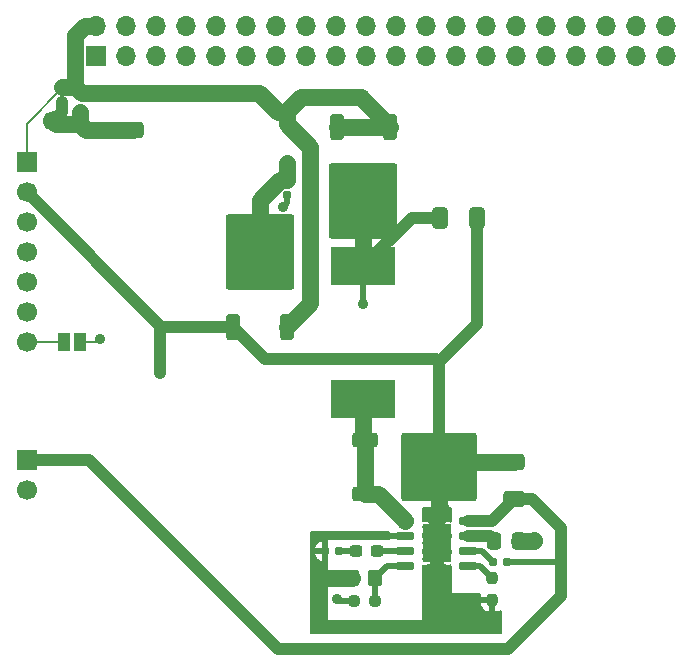
<source format=gtl>
G04 #@! TF.GenerationSoftware,KiCad,Pcbnew,9.0.5*
G04 #@! TF.CreationDate,2025-10-10T13:46:01-04:00*
G04 #@! TF.ProjectId,power_supply_hat,706f7765-725f-4737-9570-706c795f6861,rev?*
G04 #@! TF.SameCoordinates,Original*
G04 #@! TF.FileFunction,Copper,L1,Top*
G04 #@! TF.FilePolarity,Positive*
%FSLAX46Y46*%
G04 Gerber Fmt 4.6, Leading zero omitted, Abs format (unit mm)*
G04 Created by KiCad (PCBNEW 9.0.5) date 2025-10-10 13:46:01*
%MOMM*%
%LPD*%
G01*
G04 APERTURE LIST*
G04 Aperture macros list*
%AMRoundRect*
0 Rectangle with rounded corners*
0 $1 Rounding radius*
0 $2 $3 $4 $5 $6 $7 $8 $9 X,Y pos of 4 corners*
0 Add a 4 corners polygon primitive as box body*
4,1,4,$2,$3,$4,$5,$6,$7,$8,$9,$2,$3,0*
0 Add four circle primitives for the rounded corners*
1,1,$1+$1,$2,$3*
1,1,$1+$1,$4,$5*
1,1,$1+$1,$6,$7*
1,1,$1+$1,$8,$9*
0 Add four rect primitives between the rounded corners*
20,1,$1+$1,$2,$3,$4,$5,0*
20,1,$1+$1,$4,$5,$6,$7,0*
20,1,$1+$1,$6,$7,$8,$9,0*
20,1,$1+$1,$8,$9,$2,$3,0*%
G04 Aperture macros list end*
G04 #@! TA.AperFunction,SMDPad,CuDef*
%ADD10RoundRect,0.237500X-0.250000X-0.237500X0.250000X-0.237500X0.250000X0.237500X-0.250000X0.237500X0*%
G04 #@! TD*
G04 #@! TA.AperFunction,ComponentPad*
%ADD11R,1.700000X1.700000*%
G04 #@! TD*
G04 #@! TA.AperFunction,ComponentPad*
%ADD12C,1.700000*%
G04 #@! TD*
G04 #@! TA.AperFunction,SMDPad,CuDef*
%ADD13RoundRect,0.155000X-0.155000X0.212500X-0.155000X-0.212500X0.155000X-0.212500X0.155000X0.212500X0*%
G04 #@! TD*
G04 #@! TA.AperFunction,SMDPad,CuDef*
%ADD14RoundRect,0.160000X0.197500X0.160000X-0.197500X0.160000X-0.197500X-0.160000X0.197500X-0.160000X0*%
G04 #@! TD*
G04 #@! TA.AperFunction,SMDPad,CuDef*
%ADD15RoundRect,0.250000X-0.650000X0.412500X-0.650000X-0.412500X0.650000X-0.412500X0.650000X0.412500X0*%
G04 #@! TD*
G04 #@! TA.AperFunction,SMDPad,CuDef*
%ADD16RoundRect,0.160000X-0.160000X0.197500X-0.160000X-0.197500X0.160000X-0.197500X0.160000X0.197500X0*%
G04 #@! TD*
G04 #@! TA.AperFunction,SMDPad,CuDef*
%ADD17RoundRect,0.250000X-0.337500X-0.475000X0.337500X-0.475000X0.337500X0.475000X-0.337500X0.475000X0*%
G04 #@! TD*
G04 #@! TA.AperFunction,SMDPad,CuDef*
%ADD18RoundRect,0.250000X-0.850000X-0.350000X0.850000X-0.350000X0.850000X0.350000X-0.850000X0.350000X0*%
G04 #@! TD*
G04 #@! TA.AperFunction,SMDPad,CuDef*
%ADD19RoundRect,0.249997X-2.950003X-2.650003X2.950003X-2.650003X2.950003X2.650003X-2.950003X2.650003X0*%
G04 #@! TD*
G04 #@! TA.AperFunction,SMDPad,CuDef*
%ADD20RoundRect,0.225000X-0.375000X0.225000X-0.375000X-0.225000X0.375000X-0.225000X0.375000X0.225000X0*%
G04 #@! TD*
G04 #@! TA.AperFunction,SMDPad,CuDef*
%ADD21RoundRect,0.237500X0.300000X0.237500X-0.300000X0.237500X-0.300000X-0.237500X0.300000X-0.237500X0*%
G04 #@! TD*
G04 #@! TA.AperFunction,SMDPad,CuDef*
%ADD22R,5.500000X3.250000*%
G04 #@! TD*
G04 #@! TA.AperFunction,SMDPad,CuDef*
%ADD23RoundRect,0.237500X-0.237500X0.300000X-0.237500X-0.300000X0.237500X-0.300000X0.237500X0.300000X0*%
G04 #@! TD*
G04 #@! TA.AperFunction,SMDPad,CuDef*
%ADD24RoundRect,0.250000X-0.350000X0.850000X-0.350000X-0.850000X0.350000X-0.850000X0.350000X0.850000X0*%
G04 #@! TD*
G04 #@! TA.AperFunction,SMDPad,CuDef*
%ADD25RoundRect,0.249997X-2.650003X2.950003X-2.650003X-2.950003X2.650003X-2.950003X2.650003X2.950003X0*%
G04 #@! TD*
G04 #@! TA.AperFunction,SMDPad,CuDef*
%ADD26RoundRect,0.250000X0.350000X-0.850000X0.350000X0.850000X-0.350000X0.850000X-0.350000X-0.850000X0*%
G04 #@! TD*
G04 #@! TA.AperFunction,SMDPad,CuDef*
%ADD27RoundRect,0.249997X2.650003X-2.950003X2.650003X2.950003X-2.650003X2.950003X-2.650003X-2.950003X0*%
G04 #@! TD*
G04 #@! TA.AperFunction,SMDPad,CuDef*
%ADD28R,1.000000X1.500000*%
G04 #@! TD*
G04 #@! TA.AperFunction,SMDPad,CuDef*
%ADD29RoundRect,0.250000X0.350000X0.450000X-0.350000X0.450000X-0.350000X-0.450000X0.350000X-0.450000X0*%
G04 #@! TD*
G04 #@! TA.AperFunction,SMDPad,CuDef*
%ADD30RoundRect,0.250000X-0.412500X-0.650000X0.412500X-0.650000X0.412500X0.650000X-0.412500X0.650000X0*%
G04 #@! TD*
G04 #@! TA.AperFunction,SMDPad,CuDef*
%ADD31RoundRect,0.150000X-0.650000X-0.150000X0.650000X-0.150000X0.650000X0.150000X-0.650000X0.150000X0*%
G04 #@! TD*
G04 #@! TA.AperFunction,HeatsinkPad*
%ADD32C,0.500000*%
G04 #@! TD*
G04 #@! TA.AperFunction,HeatsinkPad*
%ADD33R,2.400000X3.200000*%
G04 #@! TD*
G04 #@! TA.AperFunction,SMDPad,CuDef*
%ADD34RoundRect,0.250000X0.650000X-0.412500X0.650000X0.412500X-0.650000X0.412500X-0.650000X-0.412500X0*%
G04 #@! TD*
G04 #@! TA.AperFunction,SMDPad,CuDef*
%ADD35RoundRect,0.237500X-0.237500X0.250000X-0.237500X-0.250000X0.237500X-0.250000X0.237500X0.250000X0*%
G04 #@! TD*
G04 #@! TA.AperFunction,ComponentPad*
%ADD36O,1.700000X1.700000*%
G04 #@! TD*
G04 #@! TA.AperFunction,ViaPad*
%ADD37C,0.900000*%
G04 #@! TD*
G04 #@! TA.AperFunction,ViaPad*
%ADD38C,1.700000*%
G04 #@! TD*
G04 #@! TA.AperFunction,ViaPad*
%ADD39C,1.000000*%
G04 #@! TD*
G04 #@! TA.AperFunction,Conductor*
%ADD40C,1.400000*%
G04 #@! TD*
G04 #@! TA.AperFunction,Conductor*
%ADD41C,1.000000*%
G04 #@! TD*
G04 #@! TA.AperFunction,Conductor*
%ADD42C,0.500000*%
G04 #@! TD*
G04 #@! TA.AperFunction,Conductor*
%ADD43C,0.200000*%
G04 #@! TD*
G04 APERTURE END LIST*
D10*
X130200000Y-94950000D03*
X132025000Y-94950000D03*
D11*
X102500000Y-83000000D03*
D12*
X102500000Y-85540000D03*
D13*
X105500000Y-51502500D03*
X105500000Y-52637500D03*
D14*
X143197500Y-91600000D03*
X142002500Y-91600000D03*
D15*
X109000000Y-51937500D03*
X109000000Y-55062500D03*
D16*
X124525000Y-59380000D03*
X124525000Y-60575000D03*
D17*
X142115000Y-89825000D03*
X144190000Y-89825000D03*
D18*
X131150000Y-81295000D03*
D19*
X137450000Y-83575000D03*
D18*
X131150000Y-85855000D03*
D20*
X124525000Y-54525000D03*
X124525000Y-57825000D03*
D21*
X132137500Y-90700000D03*
X130412500Y-90700000D03*
D22*
X131025000Y-77825000D03*
X131025000Y-66575000D03*
D23*
X107000000Y-51775000D03*
X107000000Y-53500000D03*
D24*
X133305000Y-54775000D03*
D25*
X131025000Y-61075000D03*
D24*
X128745000Y-54775000D03*
D26*
X119970000Y-71700000D03*
D27*
X122250000Y-65400000D03*
D26*
X124530000Y-71700000D03*
D28*
X107000000Y-73000000D03*
X105700000Y-73000000D03*
D11*
X102500000Y-57760000D03*
D12*
X102500000Y-60300000D03*
X102500000Y-62840000D03*
X102500000Y-65380000D03*
X102500000Y-67920000D03*
X102500000Y-70460000D03*
X102500000Y-73000000D03*
D14*
X128970000Y-90700000D03*
X127775000Y-90700000D03*
D29*
X132025000Y-92950000D03*
X130025000Y-92950000D03*
D30*
X137500000Y-62500000D03*
X140625000Y-62500000D03*
D15*
X111500000Y-51937500D03*
X111500000Y-55062500D03*
D31*
X134575000Y-88145000D03*
X134575000Y-89415000D03*
X134575000Y-90685000D03*
X134575000Y-91955000D03*
X139875000Y-91955000D03*
X139875000Y-90685000D03*
X139875000Y-89415000D03*
X139875000Y-88145000D03*
D32*
X136275000Y-88700000D03*
X136275000Y-90050000D03*
X136275000Y-91400000D03*
D33*
X137225000Y-90050000D03*
D32*
X138175000Y-88700000D03*
X138175000Y-90050000D03*
X138175000Y-91400000D03*
D34*
X143750000Y-86312500D03*
X143750000Y-83187500D03*
D35*
X141940000Y-93000000D03*
X141940000Y-94825000D03*
D11*
X108370000Y-48770000D03*
D36*
X108370000Y-46230000D03*
X110910000Y-48770000D03*
X110910000Y-46230000D03*
X113450000Y-48770000D03*
X113450000Y-46230000D03*
X115990000Y-48770000D03*
X115990000Y-46230000D03*
X118530000Y-48770000D03*
X118530000Y-46230000D03*
X121070000Y-48770000D03*
X121070000Y-46230000D03*
X123610000Y-48770000D03*
X123610000Y-46230000D03*
X126150000Y-48770000D03*
X126150000Y-46230000D03*
X128690000Y-48770000D03*
X128690000Y-46230000D03*
X131230000Y-48770000D03*
X131230000Y-46230000D03*
X133770000Y-48770000D03*
X133770000Y-46230000D03*
X136310000Y-48770000D03*
X136310000Y-46230000D03*
X138850000Y-48770000D03*
X138850000Y-46230000D03*
X141390000Y-48770000D03*
X141390000Y-46230000D03*
X143930000Y-48770000D03*
X143930000Y-46230000D03*
X146470000Y-48770000D03*
X146470000Y-46230000D03*
X149010000Y-48770000D03*
X149010000Y-46230000D03*
X151550000Y-48770000D03*
X151550000Y-46230000D03*
X154090000Y-48770000D03*
X154090000Y-46230000D03*
X156630000Y-48770000D03*
X156630000Y-46230000D03*
D37*
X113800000Y-75600000D03*
D38*
X104750000Y-54250000D03*
D37*
X124200000Y-61550000D03*
X108750000Y-72750000D03*
X145500000Y-89750000D03*
D39*
X133340000Y-86910000D03*
D37*
X128750000Y-94750000D03*
X131000000Y-69750000D03*
D40*
X127500000Y-93000000D02*
X127550000Y-92950000D01*
X143750000Y-83187500D02*
X137837500Y-83187500D01*
D41*
X140625000Y-71475000D02*
X140625000Y-62500000D01*
D40*
X137837500Y-83187500D02*
X137450000Y-83575000D01*
D41*
X137200000Y-74400000D02*
X137450000Y-74650000D01*
D40*
X107000000Y-54500000D02*
X105000000Y-54500000D01*
D41*
X105500000Y-52637500D02*
X105500000Y-53500000D01*
D42*
X124525000Y-61225000D02*
X124200000Y-61550000D01*
D40*
X109000000Y-55062500D02*
X107562500Y-55062500D01*
D41*
X137450000Y-74650000D02*
X137450000Y-83575000D01*
X119970000Y-71700000D02*
X122670000Y-74400000D01*
D40*
X111500000Y-55062500D02*
X109000000Y-55062500D01*
D41*
X113800000Y-75600000D02*
X113800000Y-71800000D01*
X137450000Y-74650000D02*
X140625000Y-71475000D01*
D40*
X107562500Y-55062500D02*
X107000000Y-54500000D01*
X138012500Y-83012500D02*
X137450000Y-83575000D01*
X137450000Y-86950000D02*
X137500000Y-87000000D01*
D41*
X113900000Y-71700000D02*
X119970000Y-71700000D01*
X113800000Y-71800000D02*
X113900000Y-71700000D01*
D40*
X107000000Y-54500000D02*
X107000000Y-53538500D01*
D41*
X122670000Y-74400000D02*
X137200000Y-74400000D01*
X105500000Y-53500000D02*
X104750000Y-54250000D01*
D40*
X137450000Y-83575000D02*
X137450000Y-86950000D01*
X130025000Y-92950000D02*
X127550000Y-92950000D01*
D41*
X102500000Y-60300000D02*
X113900000Y-71700000D01*
D42*
X124525000Y-60575000D02*
X124525000Y-61225000D01*
D40*
X105000000Y-54500000D02*
X104750000Y-54250000D01*
D43*
X107000000Y-73000000D02*
X108500000Y-73000000D01*
X108500000Y-73000000D02*
X108750000Y-72750000D01*
D40*
X125750000Y-52250000D02*
X124500000Y-53500000D01*
D43*
X105500000Y-51502500D02*
X102500000Y-54502500D01*
D40*
X107408000Y-46230000D02*
X108370000Y-46230000D01*
D43*
X102500000Y-54502500D02*
X102500000Y-57760000D01*
D40*
X107000000Y-51775000D02*
X106594000Y-51369000D01*
X106594000Y-51369000D02*
X105500000Y-51369000D01*
X124500000Y-53500000D02*
X124525000Y-53525000D01*
X123775000Y-53525000D02*
X122187500Y-51937500D01*
X107162500Y-51937500D02*
X107000000Y-51775000D01*
X124530000Y-71700000D02*
X126500000Y-69730000D01*
X133305000Y-54775000D02*
X128745000Y-54775000D01*
X109000000Y-51937500D02*
X107162500Y-51937500D01*
X124525000Y-53525000D02*
X123775000Y-53525000D01*
X130780000Y-52250000D02*
X125750000Y-52250000D01*
X106594000Y-51369000D02*
X106594000Y-47044000D01*
X122187500Y-51937500D02*
X111500000Y-51937500D01*
X126500000Y-69730000D02*
X126500000Y-56500000D01*
X126500000Y-56500000D02*
X124525000Y-54525000D01*
X111500000Y-51937500D02*
X109000000Y-51937500D01*
X133305000Y-54775000D02*
X130780000Y-52250000D01*
X124525000Y-53525000D02*
X124525000Y-54525000D01*
X106594000Y-47044000D02*
X107408000Y-46230000D01*
D41*
X143250000Y-99000000D02*
X123750000Y-99000000D01*
X143750000Y-86312500D02*
X145312500Y-86312500D01*
X147750000Y-88750000D02*
X147750000Y-91750000D01*
X147750000Y-94500000D02*
X143250000Y-99000000D01*
X139875000Y-88145000D02*
X141917500Y-88145000D01*
D42*
X147600000Y-91600000D02*
X147750000Y-91750000D01*
X147575000Y-91575000D02*
X147750000Y-91750000D01*
D41*
X141917500Y-88145000D02*
X143750000Y-86312500D01*
X123750000Y-99000000D02*
X107750000Y-83000000D01*
D42*
X143197500Y-91600000D02*
X147600000Y-91600000D01*
D41*
X145312500Y-86312500D02*
X147750000Y-88750000D01*
X147750000Y-91750000D02*
X147750000Y-94500000D01*
X107750000Y-83000000D02*
X102500000Y-83000000D01*
D42*
X130412500Y-90700000D02*
X128970000Y-90700000D01*
X134575000Y-90685000D02*
X132152500Y-90685000D01*
X132152500Y-90685000D02*
X132137500Y-90700000D01*
D40*
X131025000Y-81170000D02*
X131150000Y-81295000D01*
X145425000Y-89825000D02*
X145500000Y-89750000D01*
X133340000Y-86910000D02*
X134575000Y-88145000D01*
X131150000Y-81295000D02*
X131150000Y-85855000D01*
X131025000Y-77825000D02*
X131025000Y-81170000D01*
X132285000Y-85855000D02*
X133340000Y-86910000D01*
X131150000Y-85855000D02*
X132285000Y-85855000D01*
X144190000Y-89825000D02*
X145425000Y-89825000D01*
D41*
X141705000Y-89415000D02*
X142115000Y-89825000D01*
X139875000Y-89415000D02*
X141705000Y-89415000D01*
D40*
X122250000Y-60987586D02*
X123921086Y-59316500D01*
X122250000Y-65400000D02*
X122250000Y-60987586D01*
X124525000Y-57825000D02*
X124525000Y-59316500D01*
X123921086Y-59316500D02*
X124525000Y-59316500D01*
D43*
X102500000Y-73000000D02*
X105700000Y-73000000D01*
D42*
X139875000Y-91955000D02*
X140895000Y-91955000D01*
X140895000Y-91955000D02*
X141940000Y-93000000D01*
X132025000Y-92950000D02*
X132025000Y-94950000D01*
X133020000Y-91955000D02*
X132025000Y-92950000D01*
X134575000Y-91955000D02*
X133020000Y-91955000D01*
X131000000Y-66600000D02*
X131025000Y-66575000D01*
X128950000Y-94950000D02*
X128750000Y-94750000D01*
D40*
X131025000Y-61075000D02*
X131025000Y-66575000D01*
D42*
X131000000Y-69750000D02*
X131000000Y-66600000D01*
X130200000Y-94950000D02*
X128950000Y-94950000D01*
D41*
X131025000Y-66575000D02*
X135100000Y-62500000D01*
X135100000Y-62500000D02*
X137500000Y-62500000D01*
D42*
X139875000Y-90685000D02*
X141087500Y-90685000D01*
X141087500Y-90685000D02*
X142002500Y-91600000D01*
G04 #@! TA.AperFunction,Conductor*
G36*
X133227000Y-89019685D02*
G01*
X133272755Y-89072489D01*
X133282699Y-89141647D01*
X133279037Y-89158595D01*
X133277900Y-89162505D01*
X133277899Y-89162511D01*
X133277704Y-89164998D01*
X133277705Y-89165000D01*
X134451000Y-89165000D01*
X134518039Y-89184685D01*
X134563794Y-89237489D01*
X134575000Y-89289000D01*
X134575000Y-89541000D01*
X134555315Y-89608039D01*
X134502511Y-89653794D01*
X134451000Y-89665000D01*
X133277705Y-89665000D01*
X133240888Y-89704828D01*
X133240221Y-89704211D01*
X133210443Y-89734412D01*
X133150252Y-89750000D01*
X128000000Y-89750000D01*
X128000000Y-96500000D01*
X136000000Y-96500000D01*
X136000000Y-95124154D01*
X140965001Y-95124154D01*
X140975319Y-95225152D01*
X141029546Y-95388800D01*
X141029551Y-95388811D01*
X141120052Y-95535534D01*
X141120055Y-95535538D01*
X141241961Y-95657444D01*
X141241965Y-95657447D01*
X141388688Y-95747948D01*
X141388699Y-95747953D01*
X141552347Y-95802180D01*
X141653352Y-95812499D01*
X141690000Y-95812499D01*
X141690000Y-95075000D01*
X140965001Y-95075000D01*
X140965001Y-95124154D01*
X136000000Y-95124154D01*
X136000000Y-94250000D01*
X138500000Y-94250000D01*
X140861538Y-94250000D01*
X140928577Y-94269685D01*
X140974332Y-94322489D01*
X140984276Y-94391647D01*
X140979243Y-94413005D01*
X140975319Y-94424844D01*
X140975319Y-94424846D01*
X140965000Y-94525845D01*
X140965000Y-94575000D01*
X141816000Y-94575000D01*
X141883039Y-94594685D01*
X141928794Y-94647489D01*
X141940000Y-94699000D01*
X141940000Y-94825000D01*
X142066000Y-94825000D01*
X142133039Y-94844685D01*
X142178794Y-94897489D01*
X142190000Y-94949000D01*
X142190000Y-95812499D01*
X142226640Y-95812499D01*
X142226654Y-95812498D01*
X142327652Y-95802180D01*
X142491300Y-95747953D01*
X142491307Y-95747950D01*
X142560902Y-95705023D01*
X142628295Y-95686582D01*
X142694958Y-95707504D01*
X142739728Y-95761146D01*
X142750000Y-95810561D01*
X142750000Y-97626000D01*
X142730315Y-97693039D01*
X142677511Y-97738794D01*
X142626000Y-97750000D01*
X126624000Y-97750000D01*
X126556961Y-97730315D01*
X126511206Y-97677511D01*
X126500000Y-97626000D01*
X126500000Y-90950000D01*
X126920831Y-90950000D01*
X126923543Y-90979844D01*
X126971224Y-91132859D01*
X126971226Y-91132863D01*
X127054139Y-91270019D01*
X127054142Y-91270023D01*
X127167476Y-91383357D01*
X127167480Y-91383360D01*
X127304636Y-91466273D01*
X127304640Y-91466275D01*
X127457657Y-91513956D01*
X127457656Y-91513956D01*
X127524163Y-91520000D01*
X127525000Y-91520000D01*
X127525000Y-90950000D01*
X126920831Y-90950000D01*
X126500000Y-90950000D01*
X126500000Y-90450000D01*
X126920831Y-90450000D01*
X127525000Y-90450000D01*
X127525000Y-89880000D01*
X127524163Y-89880000D01*
X127457656Y-89886043D01*
X127304640Y-89933724D01*
X127304636Y-89933726D01*
X127167480Y-90016639D01*
X127167476Y-90016642D01*
X127054142Y-90129976D01*
X127054139Y-90129980D01*
X126971226Y-90267136D01*
X126971224Y-90267140D01*
X126923543Y-90420155D01*
X126920831Y-90450000D01*
X126500000Y-90450000D01*
X126500000Y-89124000D01*
X126519685Y-89056961D01*
X126572489Y-89011206D01*
X126624000Y-89000000D01*
X133159961Y-89000000D01*
X133227000Y-89019685D01*
G37*
G04 #@! TD.AperFunction*
G04 #@! TA.AperFunction,Conductor*
G36*
X137643039Y-83594685D02*
G01*
X137688794Y-83647489D01*
X137700000Y-83699000D01*
X137700000Y-86974999D01*
X138376000Y-86974999D01*
X138443039Y-86994684D01*
X138488794Y-87047488D01*
X138500000Y-87098999D01*
X138500000Y-88159092D01*
X138480315Y-88226131D01*
X138427511Y-88271886D01*
X138358353Y-88281830D01*
X138343907Y-88278867D01*
X138317854Y-88271886D01*
X138234309Y-88249500D01*
X138115691Y-88249500D01*
X138001114Y-88280201D01*
X138001112Y-88280201D01*
X138001112Y-88280202D01*
X137898387Y-88339511D01*
X137898384Y-88339513D01*
X137814513Y-88423384D01*
X137814511Y-88423387D01*
X137755201Y-88526114D01*
X137724500Y-88640691D01*
X137724500Y-88759309D01*
X137755201Y-88873886D01*
X137814511Y-88976613D01*
X137898387Y-89060489D01*
X138001114Y-89119799D01*
X138115691Y-89150500D01*
X138115694Y-89150500D01*
X138234306Y-89150500D01*
X138234309Y-89150500D01*
X138343910Y-89121132D01*
X138413755Y-89122795D01*
X138471618Y-89161957D01*
X138499123Y-89226185D01*
X138500000Y-89240907D01*
X138500000Y-89509092D01*
X138480315Y-89576131D01*
X138427511Y-89621886D01*
X138358353Y-89631830D01*
X138343907Y-89628867D01*
X138317854Y-89621886D01*
X138234309Y-89599500D01*
X138115691Y-89599500D01*
X138001114Y-89630201D01*
X138001112Y-89630201D01*
X138001112Y-89630202D01*
X137898387Y-89689511D01*
X137898384Y-89689513D01*
X137814513Y-89773384D01*
X137814511Y-89773387D01*
X137755201Y-89876114D01*
X137724500Y-89990691D01*
X137724500Y-90109309D01*
X137755201Y-90223886D01*
X137814511Y-90326613D01*
X137898387Y-90410489D01*
X138001114Y-90469799D01*
X138115691Y-90500500D01*
X138115694Y-90500500D01*
X138234306Y-90500500D01*
X138234309Y-90500500D01*
X138343910Y-90471132D01*
X138413755Y-90472795D01*
X138471618Y-90511957D01*
X138499123Y-90576185D01*
X138500000Y-90590907D01*
X138500000Y-90859092D01*
X138480315Y-90926131D01*
X138427511Y-90971886D01*
X138358353Y-90981830D01*
X138343907Y-90978867D01*
X138317854Y-90971886D01*
X138234309Y-90949500D01*
X138115691Y-90949500D01*
X138001114Y-90980201D01*
X138001112Y-90980201D01*
X138001112Y-90980202D01*
X137898387Y-91039511D01*
X137898384Y-91039513D01*
X137814513Y-91123384D01*
X137814511Y-91123387D01*
X137755201Y-91226114D01*
X137724500Y-91340691D01*
X137724500Y-91459309D01*
X137755201Y-91573886D01*
X137814511Y-91676613D01*
X137898387Y-91760489D01*
X138001114Y-91819799D01*
X138115691Y-91850500D01*
X138115694Y-91850500D01*
X138234306Y-91850500D01*
X138234309Y-91850500D01*
X138343910Y-91821132D01*
X138413755Y-91822795D01*
X138471618Y-91861957D01*
X138499123Y-91926185D01*
X138500000Y-91940907D01*
X138500000Y-94250000D01*
X136000000Y-94250000D01*
X136000000Y-91954305D01*
X136019685Y-91887266D01*
X136072489Y-91841511D01*
X136141647Y-91831567D01*
X136156079Y-91834526D01*
X136215691Y-91850500D01*
X136215694Y-91850500D01*
X136334306Y-91850500D01*
X136334309Y-91850500D01*
X136448886Y-91819799D01*
X136551613Y-91760489D01*
X136635489Y-91676613D01*
X136694799Y-91573886D01*
X136725500Y-91459309D01*
X136725500Y-91340691D01*
X136694799Y-91226114D01*
X136635489Y-91123387D01*
X136551613Y-91039511D01*
X136448886Y-90980201D01*
X136334309Y-90949500D01*
X136215691Y-90949500D01*
X136156093Y-90965469D01*
X136131098Y-90964873D01*
X136106353Y-90968432D01*
X136096772Y-90964056D01*
X136086243Y-90963806D01*
X136065538Y-90949792D01*
X136042797Y-90939407D01*
X136037103Y-90930546D01*
X136028380Y-90924643D01*
X136018538Y-90901659D01*
X136005023Y-90880629D01*
X136002743Y-90864771D01*
X136000877Y-90860414D01*
X136000000Y-90845694D01*
X136000000Y-90604305D01*
X136019685Y-90537266D01*
X136072489Y-90491511D01*
X136141647Y-90481567D01*
X136156079Y-90484526D01*
X136215691Y-90500500D01*
X136215694Y-90500500D01*
X136334306Y-90500500D01*
X136334309Y-90500500D01*
X136448886Y-90469799D01*
X136551613Y-90410489D01*
X136635489Y-90326613D01*
X136694799Y-90223886D01*
X136725500Y-90109309D01*
X136725500Y-89990691D01*
X136694799Y-89876114D01*
X136635489Y-89773387D01*
X136551613Y-89689511D01*
X136448886Y-89630201D01*
X136334309Y-89599500D01*
X136215691Y-89599500D01*
X136156093Y-89615469D01*
X136131098Y-89614873D01*
X136106353Y-89618432D01*
X136096772Y-89614056D01*
X136086243Y-89613806D01*
X136065538Y-89599792D01*
X136042797Y-89589407D01*
X136037103Y-89580546D01*
X136028380Y-89574643D01*
X136018538Y-89551659D01*
X136005023Y-89530629D01*
X136002743Y-89514771D01*
X136000877Y-89510414D01*
X136000000Y-89495694D01*
X136000000Y-89254305D01*
X136019685Y-89187266D01*
X136072489Y-89141511D01*
X136141647Y-89131567D01*
X136156079Y-89134526D01*
X136215691Y-89150500D01*
X136215694Y-89150500D01*
X136334306Y-89150500D01*
X136334309Y-89150500D01*
X136448886Y-89119799D01*
X136551613Y-89060489D01*
X136635489Y-88976613D01*
X136694799Y-88873886D01*
X136725500Y-88759309D01*
X136725500Y-88640691D01*
X136694799Y-88526114D01*
X136635489Y-88423387D01*
X136551613Y-88339511D01*
X136448886Y-88280201D01*
X136334309Y-88249500D01*
X136215691Y-88249500D01*
X136156093Y-88265469D01*
X136086243Y-88263806D01*
X136028380Y-88224643D01*
X136000877Y-88160414D01*
X136000000Y-88145694D01*
X136000000Y-87098999D01*
X136019685Y-87031960D01*
X136072489Y-86986205D01*
X136124000Y-86974999D01*
X137200000Y-86974999D01*
X137200000Y-83699000D01*
X137219685Y-83631961D01*
X137272489Y-83586206D01*
X137324000Y-83575000D01*
X137576000Y-83575000D01*
X137643039Y-83594685D01*
G37*
G04 #@! TD.AperFunction*
M02*

</source>
